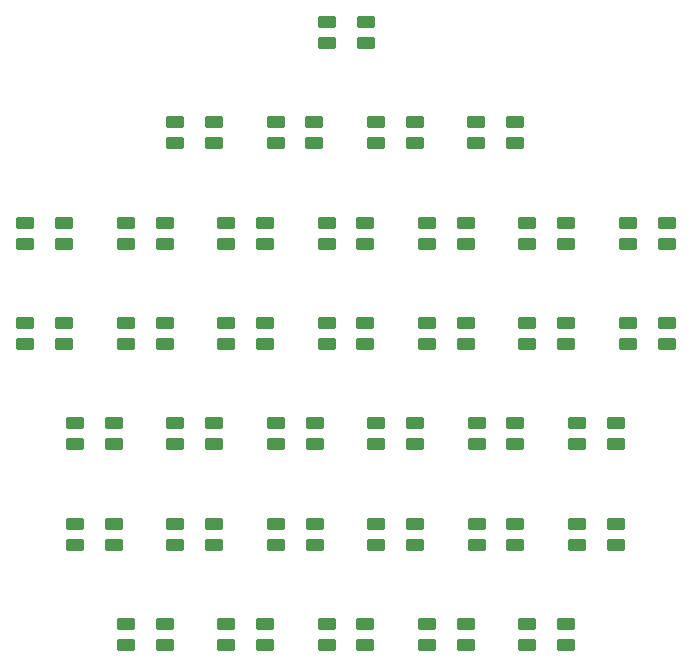
<source format=gbr>
%TF.GenerationSoftware,KiCad,Pcbnew,7.0.5*%
%TF.CreationDate,2024-03-28T22:27:53-05:00*%
%TF.ProjectId,LEDSphere,4c454453-7068-4657-9265-2e6b69636164,rev?*%
%TF.SameCoordinates,Original*%
%TF.FileFunction,Paste,Bot*%
%TF.FilePolarity,Positive*%
%FSLAX46Y46*%
G04 Gerber Fmt 4.6, Leading zero omitted, Abs format (unit mm)*
G04 Created by KiCad (PCBNEW 7.0.5) date 2024-03-28 22:27:53*
%MOMM*%
%LPD*%
G01*
G04 APERTURE LIST*
G04 Aperture macros list*
%AMRoundRect*
0 Rectangle with rounded corners*
0 $1 Rounding radius*
0 $2 $3 $4 $5 $6 $7 $8 $9 X,Y pos of 4 corners*
0 Add a 4 corners polygon primitive as box body*
4,1,4,$2,$3,$4,$5,$6,$7,$8,$9,$2,$3,0*
0 Add four circle primitives for the rounded corners*
1,1,$1+$1,$2,$3*
1,1,$1+$1,$4,$5*
1,1,$1+$1,$6,$7*
1,1,$1+$1,$8,$9*
0 Add four rect primitives between the rounded corners*
20,1,$1+$1,$2,$3,$4,$5,0*
20,1,$1+$1,$4,$5,$6,$7,0*
20,1,$1+$1,$6,$7,$8,$9,0*
20,1,$1+$1,$8,$9,$2,$3,0*%
G04 Aperture macros list end*
%ADD10RoundRect,0.100000X0.662000X0.400000X-0.662000X0.400000X-0.662000X-0.400000X0.662000X-0.400000X0*%
G04 APERTURE END LIST*
D10*
%TO.C,U131*%
X160230000Y-118370000D03*
X160230000Y-120150000D03*
X156955000Y-120150000D03*
X156955000Y-118370000D03*
%TD*%
%TO.C,U134*%
X134730000Y-118370000D03*
X134730000Y-120150000D03*
X131455000Y-120150000D03*
X131455000Y-118370000D03*
%TD*%
%TO.C,U116*%
X160230000Y-92870000D03*
X160230000Y-94650000D03*
X156955000Y-94650000D03*
X156955000Y-92870000D03*
%TD*%
%TO.C,U103*%
X155915000Y-75870000D03*
X155915000Y-77650000D03*
X152640000Y-77650000D03*
X152640000Y-75870000D03*
%TD*%
%TO.C,U129*%
X164428500Y-109870000D03*
X164428500Y-111650000D03*
X161153500Y-111650000D03*
X161153500Y-109870000D03*
%TD*%
%TO.C,U132*%
X151730000Y-118370000D03*
X151730000Y-120150000D03*
X148455000Y-120150000D03*
X148455000Y-118370000D03*
%TD*%
%TO.C,U125*%
X130428500Y-109870000D03*
X130428500Y-111650000D03*
X127153500Y-111650000D03*
X127153500Y-109870000D03*
%TD*%
%TO.C,U113*%
X134730000Y-92870000D03*
X134730000Y-94650000D03*
X131455000Y-94650000D03*
X131455000Y-92870000D03*
%TD*%
%TO.C,U105*%
X126230000Y-84370000D03*
X126230000Y-86150000D03*
X122955000Y-86150000D03*
X122955000Y-84370000D03*
%TD*%
%TO.C,U108*%
X160230000Y-84370000D03*
X160230000Y-86150000D03*
X156955000Y-86150000D03*
X156955000Y-84370000D03*
%TD*%
%TO.C,U109*%
X151730000Y-84370000D03*
X151730000Y-86150000D03*
X148455000Y-86150000D03*
X148455000Y-84370000D03*
%TD*%
%TO.C,U111*%
X134730000Y-84370000D03*
X134730000Y-86150000D03*
X131455000Y-86150000D03*
X131455000Y-84370000D03*
%TD*%
%TO.C,U127*%
X147428500Y-109870000D03*
X147428500Y-111650000D03*
X144153500Y-111650000D03*
X144153500Y-109870000D03*
%TD*%
%TO.C,U130*%
X168730000Y-118370000D03*
X168730000Y-120150000D03*
X165455000Y-120150000D03*
X165455000Y-118370000D03*
%TD*%
%TO.C,U120*%
X147428500Y-101370000D03*
X147428500Y-103150000D03*
X144153500Y-103150000D03*
X144153500Y-101370000D03*
%TD*%
%TO.C,U119*%
X155928500Y-101370000D03*
X155928500Y-103150000D03*
X152653500Y-103150000D03*
X152653500Y-101370000D03*
%TD*%
%TO.C,U101*%
X138915000Y-75870000D03*
X138915000Y-77650000D03*
X135640000Y-77650000D03*
X135640000Y-75870000D03*
%TD*%
%TO.C,U135*%
X172928500Y-109870000D03*
X172928500Y-111650000D03*
X169653500Y-111650000D03*
X169653500Y-109870000D03*
%TD*%
%TO.C,U112*%
X126230000Y-92870000D03*
X126230000Y-94650000D03*
X122955000Y-94650000D03*
X122955000Y-92870000D03*
%TD*%
%TO.C,U122*%
X130428500Y-101370000D03*
X130428500Y-103150000D03*
X127153500Y-103150000D03*
X127153500Y-101370000D03*
%TD*%
%TO.C,U117*%
X168730000Y-92870000D03*
X168730000Y-94650000D03*
X165455000Y-94650000D03*
X165455000Y-92870000D03*
%TD*%
%TO.C,U104*%
X164415000Y-75870000D03*
X164415000Y-77650000D03*
X161140000Y-77650000D03*
X161140000Y-75870000D03*
%TD*%
%TO.C,U110*%
X143230000Y-84370000D03*
X143230000Y-86150000D03*
X139955000Y-86150000D03*
X139955000Y-84370000D03*
%TD*%
%TO.C,U102*%
X147415000Y-75870000D03*
X147415000Y-77650000D03*
X144140000Y-77650000D03*
X144140000Y-75870000D03*
%TD*%
%TO.C,U106*%
X177230000Y-84370000D03*
X177230000Y-86150000D03*
X173955000Y-86150000D03*
X173955000Y-84370000D03*
%TD*%
%TO.C,U124*%
X172928500Y-101370000D03*
X172928500Y-103150000D03*
X169653500Y-103150000D03*
X169653500Y-101370000D03*
%TD*%
%TO.C,U133*%
X143230000Y-118370000D03*
X143230000Y-120150000D03*
X139955000Y-120150000D03*
X139955000Y-118370000D03*
%TD*%
%TO.C,U123*%
X177230000Y-92870000D03*
X177230000Y-94650000D03*
X173955000Y-94650000D03*
X173955000Y-92870000D03*
%TD*%
%TO.C,U128*%
X155928500Y-109870000D03*
X155928500Y-111650000D03*
X152653500Y-111650000D03*
X152653500Y-109870000D03*
%TD*%
%TO.C,U118*%
X164428500Y-101370000D03*
X164428500Y-103150000D03*
X161153500Y-103150000D03*
X161153500Y-101370000D03*
%TD*%
%TO.C,U121*%
X138928500Y-101370000D03*
X138928500Y-103150000D03*
X135653500Y-103150000D03*
X135653500Y-101370000D03*
%TD*%
%TO.C,U100*%
X151750000Y-67370000D03*
X151750000Y-69150000D03*
X148475000Y-69150000D03*
X148475000Y-67370000D03*
%TD*%
%TO.C,U115*%
X151730000Y-92870000D03*
X151730000Y-94650000D03*
X148455000Y-94650000D03*
X148455000Y-92870000D03*
%TD*%
%TO.C,U114*%
X143230000Y-92870000D03*
X143230000Y-94650000D03*
X139955000Y-94650000D03*
X139955000Y-92870000D03*
%TD*%
%TO.C,U126*%
X138928500Y-109870000D03*
X138928500Y-111650000D03*
X135653500Y-111650000D03*
X135653500Y-109870000D03*
%TD*%
%TO.C,U107*%
X168730000Y-84370000D03*
X168730000Y-86150000D03*
X165455000Y-86150000D03*
X165455000Y-84370000D03*
%TD*%
M02*

</source>
